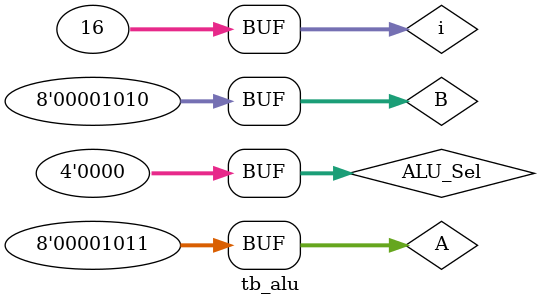
<source format=v>
module alu(
           input [7:0] A,B,  // ALU 8-bit Inputs                 
           input [3:0] ALU_Sel,// ALU Selection
           output [7:0] ALU_Out, // ALU 8-bit Output
           output CarryOut // Carry Out Flag
    );
    reg [7:0] ALU_Result;
    wire [8:0] tmp;
    assign ALU_Out = ALU_Result; // ALU out
    assign tmp = {1'b0,A} + {1'b0,B};
    assign CarryOut = tmp[8]; // Carryout flag
    always @(*)
    begin
        case(ALU_Sel)
        4'b0000: // Addition
           ALU_Result = A + B ; 
        4'b0001: // Subtraction
           ALU_Result = A - B ;
        4'b0010: // Multiplication
           ALU_Result = A * B;
        4'b0011: // Division
           ALU_Result = A/B;
        4'b0100: // Logical shift left
           ALU_Result = A<<1;
         4'b0101: // Logical shift right
           ALU_Result = A>>1;
         4'b0110: // Rotate left
           ALU_Result = {A[6:0],A[7]};
         4'b0111: // Rotate right
           ALU_Result = {A[0],A[7:1]};
          4'b1000: //  Logical and 
           ALU_Result = A & B;
          4'b1001: //  Logical or
           ALU_Result = A | B;
          4'b1010: //  Logical xor 
           ALU_Result = A ^ B;
          4'b1011: //  Logical nor
           ALU_Result = ~(A | B);
          4'b1100: // Logical nand 
           ALU_Result = ~(A & B);
          4'b1101: // Logical xnor
           ALU_Result = ~(A ^ B);
          4'b1110: // Greater comparison
           ALU_Result = (A>B)?8'd1:8'd0 ;
          4'b1111: // Equal comparison   
            ALU_Result = (A==B)?8'd1:8'd0 ;
          default: ALU_Result = A + B ; 
        endcase
    end

endmodule

//TESTBENCH
`timescale 1ns / 1ps  

module tb_alu;
//Inputs
 reg[7:0] A,B;
 reg[3:0] ALU_Sel;

//Outputs
 wire[7:0] ALU_Out;
 wire CarryOut;
 // Verilog code for ALU
 integer i;
 alu test_unit(
            A,B,  // ALU 8-bit Inputs                 
            ALU_Sel,// ALU Selection
            ALU_Out, // ALU 8-bit Output
            CarryOut // Carry Out Flag
     );
    initial begin
    // hold reset state for 100 ns.
      A = 8'h0B;
      B = 4'h0A;
      ALU_Sel = 4'h0;
      
      for (i=0;i<=15;i=i+1)
      begin
       ALU_Sel = ALU_Sel + 8'h01;
       #10;
      end
      
      
    end
endmodule

</source>
